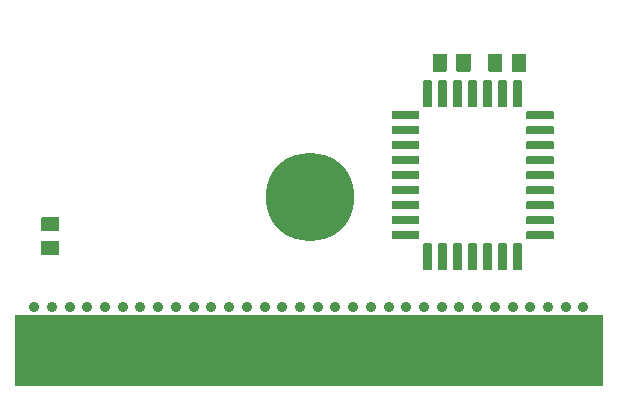
<source format=gts>
%TF.GenerationSoftware,KiCad,Pcbnew,(5.99.0-1734-gfc9c75f9e)*%
%TF.CreationDate,2020-06-08T22:25:13+02:00*%
%TF.ProjectId,poldet32k-v2-autorouted,706f6c64-6574-4333-926b-2d76322d6175,rev?*%
%TF.SameCoordinates,Original*%
%TF.FileFunction,Soldermask,Top*%
%TF.FilePolarity,Negative*%
%FSLAX46Y46*%
G04 Gerber Fmt 4.6, Leading zero omitted, Abs format (unit mm)*
G04 Created by KiCad (PCBNEW (5.99.0-1734-gfc9c75f9e)) date 2020-06-08 22:25:13*
%MOMM*%
%LPD*%
G01*
G04 APERTURE LIST*
%ADD10C,7.500000*%
%ADD11C,0.900000*%
G04 APERTURE END LIST*
%TO.C,J1*%
G36*
X173082000Y-97055000D02*
G01*
X123282000Y-97055000D01*
X123282000Y-91105000D01*
X173082000Y-91105000D01*
X173082000Y-97055000D01*
G37*
G36*
X172432000Y-95605000D02*
G01*
X171932000Y-96105000D01*
X170932000Y-96105000D01*
X170932000Y-91105000D01*
X172432000Y-91105000D01*
X172432000Y-95605000D01*
G37*
G36*
X170432000Y-95805000D02*
G01*
X169432000Y-95805000D01*
X169432000Y-91105000D01*
X170432000Y-91105000D01*
X170432000Y-95805000D01*
G37*
G36*
X168932000Y-95805000D02*
G01*
X167932000Y-95805000D01*
X167932000Y-91105000D01*
X168932000Y-91105000D01*
X168932000Y-95805000D01*
G37*
G36*
X167432000Y-95805000D02*
G01*
X166432000Y-95805000D01*
X166432000Y-91105000D01*
X167432000Y-91105000D01*
X167432000Y-95805000D01*
G37*
G36*
X165932000Y-95805000D02*
G01*
X164932000Y-95805000D01*
X164932000Y-91105000D01*
X165932000Y-91105000D01*
X165932000Y-95805000D01*
G37*
G36*
X164432000Y-95805000D02*
G01*
X163432000Y-95805000D01*
X163432000Y-91105000D01*
X164432000Y-91105000D01*
X164432000Y-95805000D01*
G37*
G36*
X162932000Y-95805000D02*
G01*
X161932000Y-95805000D01*
X161932000Y-91105000D01*
X162932000Y-91105000D01*
X162932000Y-95805000D01*
G37*
G36*
X161432000Y-95805000D02*
G01*
X160432000Y-95805000D01*
X160432000Y-91105000D01*
X161432000Y-91105000D01*
X161432000Y-95805000D01*
G37*
G36*
X159932000Y-95805000D02*
G01*
X158932000Y-95805000D01*
X158932000Y-91105000D01*
X159932000Y-91105000D01*
X159932000Y-95805000D01*
G37*
G36*
X158432000Y-95805000D02*
G01*
X157432000Y-95805000D01*
X157432000Y-91105000D01*
X158432000Y-91105000D01*
X158432000Y-95805000D01*
G37*
G36*
X156932000Y-95805000D02*
G01*
X155932000Y-95805000D01*
X155932000Y-91105000D01*
X156932000Y-91105000D01*
X156932000Y-95805000D01*
G37*
G36*
X155432000Y-95805000D02*
G01*
X154432000Y-95805000D01*
X154432000Y-91105000D01*
X155432000Y-91105000D01*
X155432000Y-95805000D01*
G37*
G36*
X153932000Y-95805000D02*
G01*
X152932000Y-95805000D01*
X152932000Y-91105000D01*
X153932000Y-91105000D01*
X153932000Y-95805000D01*
G37*
G36*
X152432000Y-95805000D02*
G01*
X151432000Y-95805000D01*
X151432000Y-91105000D01*
X152432000Y-91105000D01*
X152432000Y-95805000D01*
G37*
G36*
X150932000Y-95805000D02*
G01*
X149932000Y-95805000D01*
X149932000Y-91105000D01*
X150932000Y-91105000D01*
X150932000Y-95805000D01*
G37*
G36*
X149432000Y-95805000D02*
G01*
X148432000Y-95805000D01*
X148432000Y-91105000D01*
X149432000Y-91105000D01*
X149432000Y-95805000D01*
G37*
G36*
X147932000Y-95805000D02*
G01*
X146932000Y-95805000D01*
X146932000Y-91105000D01*
X147932000Y-91105000D01*
X147932000Y-95805000D01*
G37*
G36*
X146432000Y-95805000D02*
G01*
X145432000Y-95805000D01*
X145432000Y-91105000D01*
X146432000Y-91105000D01*
X146432000Y-95805000D01*
G37*
G36*
X144932000Y-95805000D02*
G01*
X143932000Y-95805000D01*
X143932000Y-91105000D01*
X144932000Y-91105000D01*
X144932000Y-95805000D01*
G37*
G36*
X143432000Y-95805000D02*
G01*
X142432000Y-95805000D01*
X142432000Y-91105000D01*
X143432000Y-91105000D01*
X143432000Y-95805000D01*
G37*
G36*
X141932000Y-95805000D02*
G01*
X140932000Y-95805000D01*
X140932000Y-91105000D01*
X141932000Y-91105000D01*
X141932000Y-95805000D01*
G37*
G36*
X140432000Y-95805000D02*
G01*
X139432000Y-95805000D01*
X139432000Y-91105000D01*
X140432000Y-91105000D01*
X140432000Y-95805000D01*
G37*
G36*
X138932000Y-95805000D02*
G01*
X137932000Y-95805000D01*
X137932000Y-91105000D01*
X138932000Y-91105000D01*
X138932000Y-95805000D01*
G37*
G36*
X137432000Y-95805000D02*
G01*
X136432000Y-95805000D01*
X136432000Y-91105000D01*
X137432000Y-91105000D01*
X137432000Y-95805000D01*
G37*
G36*
X135932000Y-95805000D02*
G01*
X134932000Y-95805000D01*
X134932000Y-91105000D01*
X135932000Y-91105000D01*
X135932000Y-95805000D01*
G37*
G36*
X134432000Y-95805000D02*
G01*
X133432000Y-95805000D01*
X133432000Y-91105000D01*
X134432000Y-91105000D01*
X134432000Y-95805000D01*
G37*
G36*
X132932000Y-95805000D02*
G01*
X131932000Y-95805000D01*
X131932000Y-91105000D01*
X132932000Y-91105000D01*
X132932000Y-95805000D01*
G37*
G36*
X131432000Y-95805000D02*
G01*
X130432000Y-95805000D01*
X130432000Y-91105000D01*
X131432000Y-91105000D01*
X131432000Y-95805000D01*
G37*
G36*
X129932000Y-95805000D02*
G01*
X128932000Y-95805000D01*
X128932000Y-91105000D01*
X129932000Y-91105000D01*
X129932000Y-95805000D01*
G37*
G36*
X128432000Y-95805000D02*
G01*
X127432000Y-95805000D01*
X127432000Y-91105000D01*
X128432000Y-91105000D01*
X128432000Y-95805000D01*
G37*
G36*
X125432000Y-96105000D02*
G01*
X124432000Y-96105000D01*
X123932000Y-95605000D01*
X123932000Y-91105000D01*
X125432000Y-91105000D01*
X125432000Y-96105000D01*
G37*
G36*
X126932000Y-95805000D02*
G01*
X125932000Y-95805000D01*
X125932000Y-91105000D01*
X126932000Y-91105000D01*
X126932000Y-95805000D01*
G37*
%TD*%
%TO.C,C2*%
G36*
G01*
X161874800Y-69023000D02*
X161874800Y-70423000D01*
G75*
G02*
X161824000Y-70473800I-50800J0D01*
G01*
X160724000Y-70473800D01*
G75*
G02*
X160673200Y-70423000I0J50800D01*
G01*
X160673200Y-69023000D01*
G75*
G02*
X160724000Y-68972200I50800J0D01*
G01*
X161824000Y-68972200D01*
G75*
G02*
X161874800Y-69023000I0J-50800D01*
G01*
G37*
G36*
G01*
X159874800Y-69023000D02*
X159874800Y-70423000D01*
G75*
G02*
X159824000Y-70473800I-50800J0D01*
G01*
X158724000Y-70473800D01*
G75*
G02*
X158673200Y-70423000I0J50800D01*
G01*
X158673200Y-69023000D01*
G75*
G02*
X158724000Y-68972200I50800J0D01*
G01*
X159824000Y-68972200D01*
G75*
G02*
X159874800Y-69023000I0J-50800D01*
G01*
G37*
%TD*%
%TO.C,C1*%
G36*
G01*
X126986000Y-83998600D02*
X125586000Y-83998600D01*
G75*
G02*
X125535200Y-83947800I0J50800D01*
G01*
X125535200Y-82847800D01*
G75*
G02*
X125586000Y-82797000I50800J0D01*
G01*
X126986000Y-82797000D01*
G75*
G02*
X127036800Y-82847800I0J-50800D01*
G01*
X127036800Y-83947800D01*
G75*
G02*
X126986000Y-83998600I-50800J0D01*
G01*
G37*
G36*
G01*
X126986000Y-85998600D02*
X125586000Y-85998600D01*
G75*
G02*
X125535200Y-85947800I0J50800D01*
G01*
X125535200Y-84847800D01*
G75*
G02*
X125586000Y-84797000I50800J0D01*
G01*
X126986000Y-84797000D01*
G75*
G02*
X127036800Y-84847800I0J-50800D01*
G01*
X127036800Y-85947800D01*
G75*
G02*
X126986000Y-85998600I-50800J0D01*
G01*
G37*
%TD*%
%TO.C,U1*%
G36*
G01*
X162971200Y-73448000D02*
X162971200Y-71248000D01*
G75*
G02*
X163022000Y-71197200I50800J0D01*
G01*
X163622000Y-71197200D01*
G75*
G02*
X163672800Y-71248000I0J-50800D01*
G01*
X163672800Y-73448000D01*
G75*
G02*
X163622000Y-73498800I-50800J0D01*
G01*
X163022000Y-73498800D01*
G75*
G02*
X162971200Y-73448000I0J50800D01*
G01*
G37*
G36*
G01*
X164241200Y-73448000D02*
X164241200Y-71248000D01*
G75*
G02*
X164292000Y-71197200I50800J0D01*
G01*
X164892000Y-71197200D01*
G75*
G02*
X164942800Y-71248000I0J-50800D01*
G01*
X164942800Y-73448000D01*
G75*
G02*
X164892000Y-73498800I-50800J0D01*
G01*
X164292000Y-73498800D01*
G75*
G02*
X164241200Y-73448000I0J50800D01*
G01*
G37*
G36*
G01*
X165511200Y-73448000D02*
X165511200Y-71248000D01*
G75*
G02*
X165562000Y-71197200I50800J0D01*
G01*
X166162000Y-71197200D01*
G75*
G02*
X166212800Y-71248000I0J-50800D01*
G01*
X166212800Y-73448000D01*
G75*
G02*
X166162000Y-73498800I-50800J0D01*
G01*
X165562000Y-73498800D01*
G75*
G02*
X165511200Y-73448000I0J50800D01*
G01*
G37*
G36*
G01*
X166601200Y-74468000D02*
X166601200Y-73868000D01*
G75*
G02*
X166652000Y-73817200I50800J0D01*
G01*
X168852000Y-73817200D01*
G75*
G02*
X168902800Y-73868000I0J-50800D01*
G01*
X168902800Y-74468000D01*
G75*
G02*
X168852000Y-74518800I-50800J0D01*
G01*
X166652000Y-74518800D01*
G75*
G02*
X166601200Y-74468000I0J50800D01*
G01*
G37*
G36*
G01*
X166601200Y-75738000D02*
X166601200Y-75138000D01*
G75*
G02*
X166652000Y-75087200I50800J0D01*
G01*
X168852000Y-75087200D01*
G75*
G02*
X168902800Y-75138000I0J-50800D01*
G01*
X168902800Y-75738000D01*
G75*
G02*
X168852000Y-75788800I-50800J0D01*
G01*
X166652000Y-75788800D01*
G75*
G02*
X166601200Y-75738000I0J50800D01*
G01*
G37*
G36*
G01*
X166601200Y-77008000D02*
X166601200Y-76408000D01*
G75*
G02*
X166652000Y-76357200I50800J0D01*
G01*
X168852000Y-76357200D01*
G75*
G02*
X168902800Y-76408000I0J-50800D01*
G01*
X168902800Y-77008000D01*
G75*
G02*
X168852000Y-77058800I-50800J0D01*
G01*
X166652000Y-77058800D01*
G75*
G02*
X166601200Y-77008000I0J50800D01*
G01*
G37*
G36*
G01*
X166601200Y-78278000D02*
X166601200Y-77678000D01*
G75*
G02*
X166652000Y-77627200I50800J0D01*
G01*
X168852000Y-77627200D01*
G75*
G02*
X168902800Y-77678000I0J-50800D01*
G01*
X168902800Y-78278000D01*
G75*
G02*
X168852000Y-78328800I-50800J0D01*
G01*
X166652000Y-78328800D01*
G75*
G02*
X166601200Y-78278000I0J50800D01*
G01*
G37*
G36*
G01*
X166601200Y-79548000D02*
X166601200Y-78948000D01*
G75*
G02*
X166652000Y-78897200I50800J0D01*
G01*
X168852000Y-78897200D01*
G75*
G02*
X168902800Y-78948000I0J-50800D01*
G01*
X168902800Y-79548000D01*
G75*
G02*
X168852000Y-79598800I-50800J0D01*
G01*
X166652000Y-79598800D01*
G75*
G02*
X166601200Y-79548000I0J50800D01*
G01*
G37*
G36*
G01*
X166601200Y-80818000D02*
X166601200Y-80218000D01*
G75*
G02*
X166652000Y-80167200I50800J0D01*
G01*
X168852000Y-80167200D01*
G75*
G02*
X168902800Y-80218000I0J-50800D01*
G01*
X168902800Y-80818000D01*
G75*
G02*
X168852000Y-80868800I-50800J0D01*
G01*
X166652000Y-80868800D01*
G75*
G02*
X166601200Y-80818000I0J50800D01*
G01*
G37*
G36*
G01*
X166601200Y-82088000D02*
X166601200Y-81488000D01*
G75*
G02*
X166652000Y-81437200I50800J0D01*
G01*
X168852000Y-81437200D01*
G75*
G02*
X168902800Y-81488000I0J-50800D01*
G01*
X168902800Y-82088000D01*
G75*
G02*
X168852000Y-82138800I-50800J0D01*
G01*
X166652000Y-82138800D01*
G75*
G02*
X166601200Y-82088000I0J50800D01*
G01*
G37*
G36*
G01*
X166601200Y-83358000D02*
X166601200Y-82758000D01*
G75*
G02*
X166652000Y-82707200I50800J0D01*
G01*
X168852000Y-82707200D01*
G75*
G02*
X168902800Y-82758000I0J-50800D01*
G01*
X168902800Y-83358000D01*
G75*
G02*
X168852000Y-83408800I-50800J0D01*
G01*
X166652000Y-83408800D01*
G75*
G02*
X166601200Y-83358000I0J50800D01*
G01*
G37*
G36*
G01*
X166601200Y-84628000D02*
X166601200Y-84028000D01*
G75*
G02*
X166652000Y-83977200I50800J0D01*
G01*
X168852000Y-83977200D01*
G75*
G02*
X168902800Y-84028000I0J-50800D01*
G01*
X168902800Y-84628000D01*
G75*
G02*
X168852000Y-84678800I-50800J0D01*
G01*
X166652000Y-84678800D01*
G75*
G02*
X166601200Y-84628000I0J50800D01*
G01*
G37*
G36*
G01*
X165511200Y-87248000D02*
X165511200Y-85048000D01*
G75*
G02*
X165562000Y-84997200I50800J0D01*
G01*
X166162000Y-84997200D01*
G75*
G02*
X166212800Y-85048000I0J-50800D01*
G01*
X166212800Y-87248000D01*
G75*
G02*
X166162000Y-87298800I-50800J0D01*
G01*
X165562000Y-87298800D01*
G75*
G02*
X165511200Y-87248000I0J50800D01*
G01*
G37*
G36*
G01*
X164241200Y-87248000D02*
X164241200Y-85048000D01*
G75*
G02*
X164292000Y-84997200I50800J0D01*
G01*
X164892000Y-84997200D01*
G75*
G02*
X164942800Y-85048000I0J-50800D01*
G01*
X164942800Y-87248000D01*
G75*
G02*
X164892000Y-87298800I-50800J0D01*
G01*
X164292000Y-87298800D01*
G75*
G02*
X164241200Y-87248000I0J50800D01*
G01*
G37*
G36*
G01*
X162971200Y-87248000D02*
X162971200Y-85048000D01*
G75*
G02*
X163022000Y-84997200I50800J0D01*
G01*
X163622000Y-84997200D01*
G75*
G02*
X163672800Y-85048000I0J-50800D01*
G01*
X163672800Y-87248000D01*
G75*
G02*
X163622000Y-87298800I-50800J0D01*
G01*
X163022000Y-87298800D01*
G75*
G02*
X162971200Y-87248000I0J50800D01*
G01*
G37*
G36*
G01*
X161701200Y-87248000D02*
X161701200Y-85048000D01*
G75*
G02*
X161752000Y-84997200I50800J0D01*
G01*
X162352000Y-84997200D01*
G75*
G02*
X162402800Y-85048000I0J-50800D01*
G01*
X162402800Y-87248000D01*
G75*
G02*
X162352000Y-87298800I-50800J0D01*
G01*
X161752000Y-87298800D01*
G75*
G02*
X161701200Y-87248000I0J50800D01*
G01*
G37*
G36*
G01*
X160431200Y-87248000D02*
X160431200Y-85048000D01*
G75*
G02*
X160482000Y-84997200I50800J0D01*
G01*
X161082000Y-84997200D01*
G75*
G02*
X161132800Y-85048000I0J-50800D01*
G01*
X161132800Y-87248000D01*
G75*
G02*
X161082000Y-87298800I-50800J0D01*
G01*
X160482000Y-87298800D01*
G75*
G02*
X160431200Y-87248000I0J50800D01*
G01*
G37*
G36*
G01*
X159161200Y-87248000D02*
X159161200Y-85048000D01*
G75*
G02*
X159212000Y-84997200I50800J0D01*
G01*
X159812000Y-84997200D01*
G75*
G02*
X159862800Y-85048000I0J-50800D01*
G01*
X159862800Y-87248000D01*
G75*
G02*
X159812000Y-87298800I-50800J0D01*
G01*
X159212000Y-87298800D01*
G75*
G02*
X159161200Y-87248000I0J50800D01*
G01*
G37*
G36*
G01*
X157891200Y-87248000D02*
X157891200Y-85048000D01*
G75*
G02*
X157942000Y-84997200I50800J0D01*
G01*
X158542000Y-84997200D01*
G75*
G02*
X158592800Y-85048000I0J-50800D01*
G01*
X158592800Y-87248000D01*
G75*
G02*
X158542000Y-87298800I-50800J0D01*
G01*
X157942000Y-87298800D01*
G75*
G02*
X157891200Y-87248000I0J50800D01*
G01*
G37*
G36*
G01*
X155201200Y-84628000D02*
X155201200Y-84028000D01*
G75*
G02*
X155252000Y-83977200I50800J0D01*
G01*
X157452000Y-83977200D01*
G75*
G02*
X157502800Y-84028000I0J-50800D01*
G01*
X157502800Y-84628000D01*
G75*
G02*
X157452000Y-84678800I-50800J0D01*
G01*
X155252000Y-84678800D01*
G75*
G02*
X155201200Y-84628000I0J50800D01*
G01*
G37*
G36*
G01*
X155201200Y-74468000D02*
X155201200Y-73868000D01*
G75*
G02*
X155252000Y-73817200I50800J0D01*
G01*
X157452000Y-73817200D01*
G75*
G02*
X157502800Y-73868000I0J-50800D01*
G01*
X157502800Y-74468000D01*
G75*
G02*
X157452000Y-74518800I-50800J0D01*
G01*
X155252000Y-74518800D01*
G75*
G02*
X155201200Y-74468000I0J50800D01*
G01*
G37*
G36*
G01*
X155201200Y-83358000D02*
X155201200Y-82758000D01*
G75*
G02*
X155252000Y-82707200I50800J0D01*
G01*
X157452000Y-82707200D01*
G75*
G02*
X157502800Y-82758000I0J-50800D01*
G01*
X157502800Y-83358000D01*
G75*
G02*
X157452000Y-83408800I-50800J0D01*
G01*
X155252000Y-83408800D01*
G75*
G02*
X155201200Y-83358000I0J50800D01*
G01*
G37*
G36*
G01*
X155201200Y-82088000D02*
X155201200Y-81488000D01*
G75*
G02*
X155252000Y-81437200I50800J0D01*
G01*
X157452000Y-81437200D01*
G75*
G02*
X157502800Y-81488000I0J-50800D01*
G01*
X157502800Y-82088000D01*
G75*
G02*
X157452000Y-82138800I-50800J0D01*
G01*
X155252000Y-82138800D01*
G75*
G02*
X155201200Y-82088000I0J50800D01*
G01*
G37*
G36*
G01*
X155201200Y-80818000D02*
X155201200Y-80218000D01*
G75*
G02*
X155252000Y-80167200I50800J0D01*
G01*
X157452000Y-80167200D01*
G75*
G02*
X157502800Y-80218000I0J-50800D01*
G01*
X157502800Y-80818000D01*
G75*
G02*
X157452000Y-80868800I-50800J0D01*
G01*
X155252000Y-80868800D01*
G75*
G02*
X155201200Y-80818000I0J50800D01*
G01*
G37*
G36*
G01*
X155201200Y-79548000D02*
X155201200Y-78948000D01*
G75*
G02*
X155252000Y-78897200I50800J0D01*
G01*
X157452000Y-78897200D01*
G75*
G02*
X157502800Y-78948000I0J-50800D01*
G01*
X157502800Y-79548000D01*
G75*
G02*
X157452000Y-79598800I-50800J0D01*
G01*
X155252000Y-79598800D01*
G75*
G02*
X155201200Y-79548000I0J50800D01*
G01*
G37*
G36*
G01*
X155201200Y-78278000D02*
X155201200Y-77678000D01*
G75*
G02*
X155252000Y-77627200I50800J0D01*
G01*
X157452000Y-77627200D01*
G75*
G02*
X157502800Y-77678000I0J-50800D01*
G01*
X157502800Y-78278000D01*
G75*
G02*
X157452000Y-78328800I-50800J0D01*
G01*
X155252000Y-78328800D01*
G75*
G02*
X155201200Y-78278000I0J50800D01*
G01*
G37*
G36*
G01*
X155201200Y-77008000D02*
X155201200Y-76408000D01*
G75*
G02*
X155252000Y-76357200I50800J0D01*
G01*
X157452000Y-76357200D01*
G75*
G02*
X157502800Y-76408000I0J-50800D01*
G01*
X157502800Y-77008000D01*
G75*
G02*
X157452000Y-77058800I-50800J0D01*
G01*
X155252000Y-77058800D01*
G75*
G02*
X155201200Y-77008000I0J50800D01*
G01*
G37*
G36*
G01*
X155201200Y-75738000D02*
X155201200Y-75138000D01*
G75*
G02*
X155252000Y-75087200I50800J0D01*
G01*
X157452000Y-75087200D01*
G75*
G02*
X157502800Y-75138000I0J-50800D01*
G01*
X157502800Y-75738000D01*
G75*
G02*
X157452000Y-75788800I-50800J0D01*
G01*
X155252000Y-75788800D01*
G75*
G02*
X155201200Y-75738000I0J50800D01*
G01*
G37*
G36*
G01*
X157891200Y-73448000D02*
X157891200Y-71248000D01*
G75*
G02*
X157942000Y-71197200I50800J0D01*
G01*
X158542000Y-71197200D01*
G75*
G02*
X158592800Y-71248000I0J-50800D01*
G01*
X158592800Y-73448000D01*
G75*
G02*
X158542000Y-73498800I-50800J0D01*
G01*
X157942000Y-73498800D01*
G75*
G02*
X157891200Y-73448000I0J50800D01*
G01*
G37*
G36*
G01*
X159161200Y-73448000D02*
X159161200Y-71248000D01*
G75*
G02*
X159212000Y-71197200I50800J0D01*
G01*
X159812000Y-71197200D01*
G75*
G02*
X159862800Y-71248000I0J-50800D01*
G01*
X159862800Y-73448000D01*
G75*
G02*
X159812000Y-73498800I-50800J0D01*
G01*
X159212000Y-73498800D01*
G75*
G02*
X159161200Y-73448000I0J50800D01*
G01*
G37*
G36*
G01*
X160431200Y-73448000D02*
X160431200Y-71248000D01*
G75*
G02*
X160482000Y-71197200I50800J0D01*
G01*
X161082000Y-71197200D01*
G75*
G02*
X161132800Y-71248000I0J-50800D01*
G01*
X161132800Y-73448000D01*
G75*
G02*
X161082000Y-73498800I-50800J0D01*
G01*
X160482000Y-73498800D01*
G75*
G02*
X160431200Y-73448000I0J50800D01*
G01*
G37*
G36*
G01*
X161701200Y-73448000D02*
X161701200Y-71248000D01*
G75*
G02*
X161752000Y-71197200I50800J0D01*
G01*
X162352000Y-71197200D01*
G75*
G02*
X162402800Y-71248000I0J-50800D01*
G01*
X162402800Y-73448000D01*
G75*
G02*
X162352000Y-73498800I-50800J0D01*
G01*
X161752000Y-73498800D01*
G75*
G02*
X161701200Y-73448000I0J50800D01*
G01*
G37*
%TD*%
D10*
%TO.C,@HOLE0*%
X148243000Y-81118800D03*
%TD*%
%TO.C,R1*%
G36*
G01*
X166573800Y-69023000D02*
X166573800Y-70423000D01*
G75*
G02*
X166523000Y-70473800I-50800J0D01*
G01*
X165423000Y-70473800D01*
G75*
G02*
X165372200Y-70423000I0J50800D01*
G01*
X165372200Y-69023000D01*
G75*
G02*
X165423000Y-68972200I50800J0D01*
G01*
X166523000Y-68972200D01*
G75*
G02*
X166573800Y-69023000I0J-50800D01*
G01*
G37*
G36*
G01*
X164573800Y-69023000D02*
X164573800Y-70423000D01*
G75*
G02*
X164523000Y-70473800I-50800J0D01*
G01*
X163423000Y-70473800D01*
G75*
G02*
X163372200Y-70423000I0J50800D01*
G01*
X163372200Y-69023000D01*
G75*
G02*
X163423000Y-68972200I50800J0D01*
G01*
X164523000Y-68972200D01*
G75*
G02*
X164573800Y-69023000I0J-50800D01*
G01*
G37*
%TD*%
D11*
%TO.C,J1*%
X169932000Y-90405000D03*
X168432000Y-90405000D03*
X166932000Y-90405000D03*
X165432000Y-90405000D03*
X163932000Y-90405000D03*
X162432000Y-90405000D03*
X160932000Y-90405000D03*
X159432000Y-90405000D03*
X157932000Y-90405000D03*
X156432000Y-90405000D03*
X154932000Y-90405000D03*
X153432000Y-90405000D03*
X151932000Y-90405000D03*
X150432000Y-90405000D03*
X148932000Y-90405000D03*
X147432000Y-90405000D03*
X145932000Y-90405000D03*
X144432000Y-90405000D03*
X142932000Y-90405000D03*
X141432000Y-90405000D03*
X139932000Y-90405000D03*
X138432000Y-90405000D03*
X136932000Y-90405000D03*
X135432000Y-90405000D03*
X133932000Y-90405000D03*
X132432000Y-90405000D03*
X130932000Y-90405000D03*
X129432000Y-90405000D03*
X127932000Y-90405000D03*
X171432000Y-90405000D03*
X124932000Y-90405000D03*
X126432000Y-90405000D03*
%TD*%
M02*

</source>
